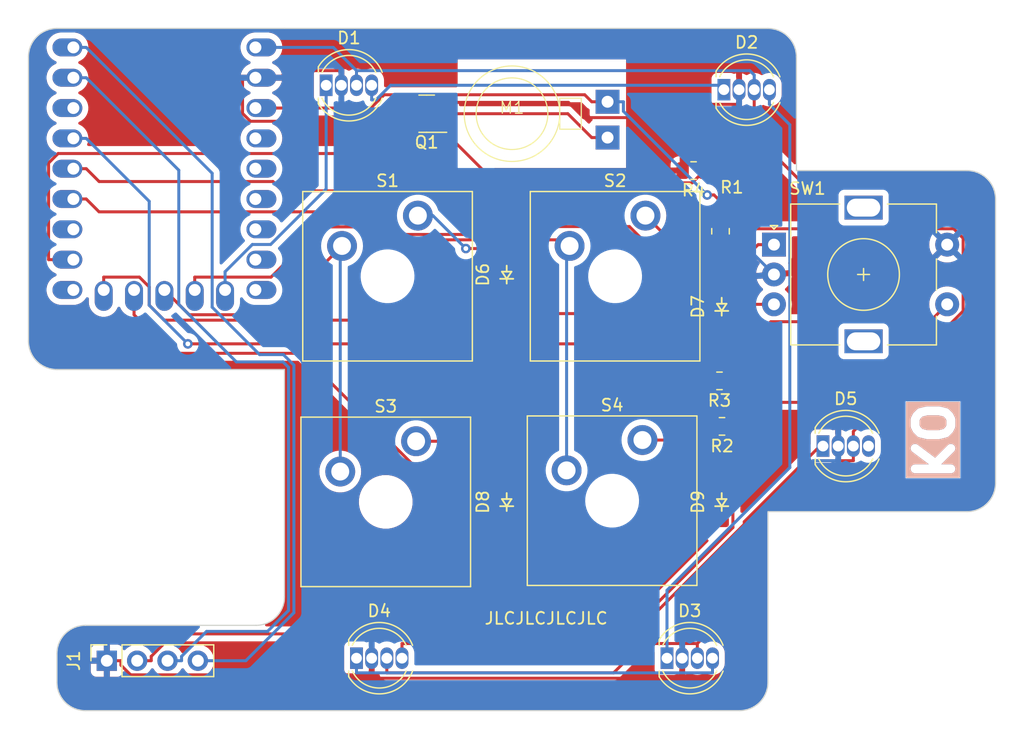
<source format=kicad_pcb>
(kicad_pcb (version 20221018) (generator pcbnew)
  (layers (0 "F.Cu" signal) (31 "B.Cu" signal) (34 "B.Paste" user) (35 "F.Paste" user) (36 "B.SilkS" user "B.Silkscreen") (37 "F.SilkS" user "F.Silkscreen") (38 "B.Mask" user) (39 "F.Mask" user) (44 "Edge.Cuts" user))
  (net 0 "")
  (net 1 "+5V")
  (net 2 "Net-(D1-DOUT)")
  (net 3 "GND")
  (net 4 "LED_IN")
  (net 5 "Net-(D2-DOUT)")
  (net 6 "Net-(D3-DOUT)")
  (net 7 "Net-(D4-DOUT)")
  (net 9 "ROW0")
  (net 10 "Net-(D6-A)")
  (net 11 "Net-(D7-A)")
  (net 12 "ROW1")
  (net 13 "Net-(D8-A)")
  (net 14 "Net-(D9-A)")
  (net 15 "+3V3")
  (net 16 "SCL")
  (net 17 "SDA")
  (net 18 "MOTOR_CTRL")
  (net 19 "Net-(M1--)")
  (net 20 "ROT_A")
  (net 21 "SW_BUTTON")
  (net 22 "ROT_B")
  (net 23 "COL0")
  (net 24 "COL1")
  (footprint "Ko-Ko-Footprints:LED-WS2812BF5" (layer "F.Cu") (at 192.5688 115.4437)
    (fp_text reference "D3" (at 1.905 -3.96) (layer "F.SilkS"))
    (fp_text value "WS2812B")
    (fp_line (start -0.655 -1.545) (end -0.655 -1.08) (stroke (width 0.12)) (layer "F.SilkS"))
    (fp_line (start -0.655 1.08) (end -0.655 1.545) (stroke (width 0.12)) (layer "F.SilkS"))
    (fp_arc (start -0.655 -1.54483) (mid 2.163456 -2.978809) (end 4.692815 -1.080827) (stroke (width 0.12)) (layer "F.SilkS"))
    (fp_arc (start -0.349684 -1.08) (mid 1.904762 -2.5) (end 4.159479 -1.080429) (stroke (width 0.12)) (layer "F.SilkS"))
    (fp_arc (start 4.159479 1.080429) (mid 1.904762 2.5) (end -0.349684 1.08) (stroke (width 0.12)) (layer "F.SilkS"))
    (fp_arc (start 4.692815 1.080827) (mid 2.163456 2.978808) (end -0.655 1.54483) (stroke (width 0.12)) (layer "F.SilkS"))
    (pad "1" thru_hole oval (at 2.54 0) (size 1.07 1.8) (drill 0.9) (layers "*.Cu" "*.Mask") (net 1 "+5V"))
    (pad "2" thru_hole oval (at 3.81 0) (size 1.07 1.8) (drill 0.9) (layers "*.Cu" "*.Mask") (net 6 "Net-(D3-DOUT)"))
    (pad "3" thru_hole oval (at 1.27 0) (size 1.07 1.8) (drill 0.9) (layers "*.Cu" "*.Mask") (net 3 "GND"))
    (pad "4" thru_hole rect (at 0 0) (size 1.07 1.8) (drill 0.9) (layers "*.Cu" "*.Mask") (net 5 "Net-(D2-DOUT)"))
  )
  (footprint "Rotary_Encoder:RotaryEncoder_Alps_EC11E-Switch_Vertical_H20mm" (layer "F.Cu") (at 201.525 80.8)
    (fp_text reference "SW1" (at 2.8 -4.7) (layer "F.SilkS"))
    (fp_text value "RotaryEncoder_Switch")
    (fp_line (start -0.3 -1.6) (end 0.3 -1.6) (stroke (width 0.12)) (layer "F.SilkS"))
    (fp_line (start 0 -1.3) (end -0.3 -1.6) (stroke (width 0.12)) (layer "F.SilkS"))
    (fp_line (start 0.3 -1.6) (end 0 -1.3) (stroke (width 0.12)) (layer "F.SilkS"))
    (fp_line (start 1.4 -3.4) (end 1.4 8.4) (stroke (width 0.12)) (layer "F.SilkS"))
    (fp_line (start 5.5 -3.4) (end 1.4 -3.4) (stroke (width 0.12)) (layer "F.SilkS"))
    (fp_line (start 5.5 8.4) (end 1.4 8.4) (stroke (width 0.12)) (layer "F.SilkS"))
    (fp_line (start 7 2.5) (end 8 2.5) (stroke (width 0.12)) (layer "F.SilkS"))
    (fp_line (start 7.5 2) (end 7.5 3) (stroke (width 0.12)) (layer "F.SilkS"))
    (fp_line (start 9.5 -3.4) (end 13.6 -3.4) (stroke (width 0.12)) (layer "F.SilkS"))
    (fp_line (start 13.6 -3.4) (end 13.6 -1) (stroke (width 0.12)) (layer "F.SilkS"))
    (fp_line (start 13.6 1.2) (end 13.6 3.8) (stroke (width 0.12)) (layer "F.SilkS"))
    (fp_line (start 13.6 6) (end 13.6 8.4) (stroke (width 0.12)) (layer "F.SilkS"))
    (fp_line (start 13.6 8.4) (end 9.5 8.4) (stroke (width 0.12)) (layer "F.SilkS"))
    (fp_circle (center 7.5 2.5) (end 10.5 2.5) (stroke (width 0.12)) (fill none) (layer "F.SilkS"))
    (pad "A" thru_hole rect (at 0 0) (size 2 2) (drill 1) (layers "*.Cu" "*.Mask") (net 20 "ROT_A"))
    (pad "B" thru_hole circle (at 0 5) (size 2 2) (drill 1) (layers "*.Cu" "*.Mask") (net 22 "ROT_B"))
    (pad "C" thru_hole oval (at 0 2.5) (size 2 2) (drill 1) (layers "*.Cu" "*.Mask") (net 3 "GND"))
    (pad "MP" thru_hole rect (at 7.5 -3.1) (size 3.2 2) (drill oval 2.8 1.5) (layers "*.Cu" "*.Mask"))
    (pad "MP" thru_hole rect (at 7.5 8.1) (size 3.2 2) (drill oval 2.8 1.5) (layers "*.Cu" "*.Mask"))
    (pad "S1" thru_hole circle (at 14.5 5) (size 2 2) (drill 1) (layers "*.Cu" "*.Mask") (net 21 "SW_BUTTON"))
    (pad "S2" thru_hole circle (at 14.5 0) (size 2 2) (drill 1) (layers "*.Cu" "*.Mask") (net 3 "GND"))
  )
  (footprint "Package_TO_SOT_SMD:SOT-23" (layer "F.Cu") (at 172.45 69.8312 180)
    (fp_text reference "Q1" (at 0 -2.4) (layer "F.SilkS"))
    (fp_text value "2N7002")
    (fp_line (start 0 -1.56) (end -1.675 -1.56) (stroke (width 0.12)) (layer "F.SilkS"))
    (fp_line (start 0 -1.56) (end 0.65 -1.56) (stroke (width 0.12)) (layer "F.SilkS"))
    (fp_line (start 0 1.56) (end -0.65 1.56) (stroke (width 0.12)) (layer "F.SilkS"))
    (fp_line (start 0 1.56) (end 0.65 1.56) (stroke (width 0.12)) (layer "F.SilkS"))
    (pad "1" smd roundrect (at -0.9375 -0.95 180) (size 1.475 0.6) (layers "F.Cu" "F.Paste" "F.Mask") (net 18 "MOTOR_CTRL"))
    (pad "2" smd roundrect (at -0.9375 0.95 180) (size 1.475 0.6) (layers "F.Cu" "F.Paste" "F.Mask") (net 3 "GND"))
    (pad "3" smd roundrect (at 0.9375 0 180) (size 1.475 0.6) (layers "F.Cu" "F.Paste" "F.Mask") (net 19 "Net-(M1--)"))
  )
  (footprint "ScottoKeebs_Components:Diode_SOD-123" (layer "F.Cu") (at 197.15 86 90)
    (fp_text reference "D7" (at 0 -2 90) (layer "F.SilkS"))
    (fp_text value "Diode")
    (fp_line (start -0.75 0) (end -0.35 0) (stroke (width 0.15)) (layer "F.SilkS"))
    (fp_line (start -0.35 0) (end -0.35 -0.55) (stroke (width 0.15)) (layer "F.SilkS"))
    (fp_line (start -0.35 0) (end -0.35 0.55) (stroke (width 0.15)) (layer "F.SilkS"))
    (fp_line (start -0.35 0) (end 0.25 -0.4) (stroke (width 0.15)) (layer "F.SilkS"))
    (fp_line (start 0.25 -0.4) (end 0.25 0.4) (stroke (width 0.15)) (layer "F.SilkS"))
    (fp_line (start 0.25 0) (end 0.75 0) (stroke (width 0.15)) (layer "F.SilkS"))
    (fp_line (start 0.25 0.4) (end -0.35 0) (stroke (width 0.15)) (layer "F.SilkS"))
    (pad "1" smd roundrect (at -1.65 0 90) (size 0.9 1.2) (layers "F.Cu" "F.Paste" "F.Mask") (net 9 "ROW0"))
    (pad "2" smd roundrect (at 1.65 0 90) (size 0.9 1.2) (layers "F.Cu" "F.Paste" "F.Mask") (net 11 "Net-(D7-A)"))
  )
  (footprint "ScottoKeebs_Components:Diode_SOD-123" (layer "F.Cu") (at 179.15 83.3125 90)
    (fp_text reference "D6" (at 0 -2 90) (layer "F.SilkS"))
    (fp_text value "Diode")
    (fp_line (start -0.75 0) (end -0.35 0) (stroke (width 0.15)) (layer "F.SilkS"))
    (fp_line (start -0.35 0) (end -0.35 -0.55) (stroke (width 0.15)) (layer "F.SilkS"))
    (fp_line (start -0.35 0) (end -0.35 0.55) (stroke (width 0.15)) (layer "F.SilkS"))
    (fp_line (start -0.35 0) (end 0.25 -0.4) (stroke (width 0.15)) (layer "F.SilkS"))
    (fp_line (start 0.25 -0.4) (end 0.25 0.4) (stroke (width 0.15)) (layer "F.SilkS"))
    (fp_line (start 0.25 0) (end 0.75 0) (stroke (width 0.15)) (layer "F.SilkS"))
    (fp_line (start 0.25 0.4) (end -0.35 0) (stroke (width 0.15)) (layer "F.SilkS"))
    (pad "1" smd roundrect (at -1.65 0 90) (size 0.9 1.2) (layers "F.Cu" "F.Paste" "F.Mask") (net 9 "ROW0"))
    (pad "2" smd roundrect (at 1.65 0 90) (size 0.9 1.2) (layers "F.Cu" "F.Paste" "F.Mask") (net 10 "Net-(D6-A)"))
  )
  (footprint "ScottoKeebs_Components:Diode_SOD-123" (layer "F.Cu") (at 179.15 102.3625 90)
    (fp_text reference "D8" (at 0 -2 90) (layer "F.SilkS"))
    (fp_text value "Diode")
    (fp_line (start -0.75 0) (end -0.35 0) (stroke (width 0.15)) (layer "F.SilkS"))
    (fp_line (start -0.35 0) (end -0.35 -0.55) (stroke (width 0.15)) (layer "F.SilkS"))
    (fp_line (start -0.35 0) (end -0.35 0.55) (stroke (width 0.15)) (layer "F.SilkS"))
    (fp_line (start -0.35 0) (end 0.25 -0.4) (stroke (width 0.15)) (layer "F.SilkS"))
    (fp_line (start 0.25 -0.4) (end 0.25 0.4) (stroke (width 0.15)) (layer "F.SilkS"))
    (fp_line (start 0.25 0) (end 0.75 0) (stroke (width 0.15)) (layer "F.SilkS"))
    (fp_line (start 0.25 0.4) (end -0.35 0) (stroke (width 0.15)) (layer "F.SilkS"))
    (pad "1" smd roundrect (at -1.65 0 90) (size 0.9 1.2) (layers "F.Cu" "F.Paste" "F.Mask") (net 12 "ROW1"))
    (pad "2" smd roundrect (at 1.65 0 90) (size 0.9 1.2) (layers "F.Cu" "F.Paste" "F.Mask") (net 13 "Net-(D8-A)"))
  )
  (footprint "Resistor_SMD:R_0805_2012Metric" (layer "F.Cu") (at 197.05 79.68 90)
    (fp_text reference "R1" (at 3.68 0.95 180) (layer "F.SilkS"))
    (fp_text value "10k")
    (fp_line (start -0.227064 -0.735) (end 0.227064 -0.735) (stroke (width 0.12)) (layer "F.SilkS"))
    (fp_line (start -0.227064 0.735) (end 0.227064 0.735) (stroke (width 0.12)) (layer "F.SilkS"))
    (pad "1" smd roundrect (at -0.9125 0 90) (size 1.025 1.4) (layers "F.Cu" "F.Paste" "F.Mask") (roundrect_rratio 0.243902439) (net 15 "+3V3"))
    (pad "2" smd roundrect (at 0.9125 0 90) (size 1.025 1.4) (layers "F.Cu" "F.Paste" "F.Mask") (roundrect_rratio 0.243902439) (net 20 "ROT_A"))
  )
  (footprint "Ko-Ko-Footprints:LED-WS2812BF5" (layer "F.Cu") (at 166.575 115.4437)
    (fp_text reference "D4" (at 1.905 -3.96) (layer "F.SilkS"))
    (fp_text value "WS2812B")
    (fp_line (start -0.655 -1.545) (end -0.655 -1.08) (stroke (width 0.12)) (layer "F.SilkS"))
    (fp_line (start -0.655 1.08) (end -0.655 1.545) (stroke (width 0.12)) (layer "F.SilkS"))
    (fp_arc (start -0.655 -1.54483) (mid 2.163456 -2.978809) (end 4.692815 -1.080827) (stroke (width 0.12)) (layer "F.SilkS"))
    (fp_arc (start -0.349684 -1.08) (mid 1.904762 -2.5) (end 4.159479 -1.080429) (stroke (width 0.12)) (layer "F.SilkS"))
    (fp_arc (start 4.159479 1.080429) (mid 1.904762 2.5) (end -0.349684 1.08) (stroke (width 0.12)) (layer "F.SilkS"))
    (fp_arc (start 4.692815 1.080827) (mid 2.163456 2.978808) (end -0.655 1.54483) (stroke (width 0.12)) (layer "F.SilkS"))
    (pad "1" thru_hole oval (at 2.54 0) (size 1.07 1.8) (drill 0.9) (layers "*.Cu" "*.Mask") (net 1 "+5V"))
    (pad "2" thru_hole oval (at 3.81 0) (size 1.07 1.8) (drill 0.9) (layers "*.Cu" "*.Mask") (net 7 "Net-(D4-DOUT)"))
    (pad "3" thru_hole oval (at 1.27 0) (size 1.07 1.8) (drill 0.9) (layers "*.Cu" "*.Mask") (net 3 "GND"))
    (pad "4" thru_hole rect (at 0 0) (size 1.07 1.8) (drill 0.9) (layers "*.Cu" "*.Mask") (net 6 "Net-(D3-DOUT)"))
  )
  (footprint "Resistor_SMD:R_0805_2012Metric" (layer "F.Cu") (at 197.175 96.025 180)
    (fp_text reference "R2" (at 0 -1.65) (layer "F.SilkS"))
    (fp_text value "10k")
    (fp_line (start -0.227064 -0.735) (end 0.227064 -0.735) (stroke (width 0.12)) (layer "F.SilkS"))
    (fp_line (start -0.227064 0.735) (end 0.227064 0.735) (stroke (width 0.12)) (layer "F.SilkS"))
    (pad "1" smd roundrect (at -0.9125 0 180) (size 1.025 1.4) (layers "F.Cu" "F.Paste" "F.Mask") (roundrect_rratio 0.243902439) (net 15 "+3V3"))
    (pad "2" smd roundrect (at 0.9125 0 180) (size 1.025 1.4) (layers "F.Cu" "F.Paste" "F.Mask") (roundrect_rratio 0.243902439) (net 21 "SW_BUTTON"))
  )
  (footprint "Resistor_SMD:R_0805_2012Metric" (layer "F.Cu") (at 196.9638 92.2125 180)
    (fp_text reference "R3" (at 0 -1.65) (layer "F.SilkS"))
    (fp_text value "10k")
    (fp_line (start -0.227064 -0.735) (end 0.227064 -0.735) (stroke (width 0.12)) (layer "F.SilkS"))
    (fp_line (start -0.227064 0.735) (end 0.227064 0.735) (stroke (width 0.12)) (layer "F.SilkS"))
    (pad "1" smd roundrect (at -0.9125 0 180) (size 1.025 1.4) (layers "F.Cu" "F.Paste" "F.Mask") (roundrect_rratio 0.243902439) (net 15 "+3V3"))
    (pad "2" smd roundrect (at 0.9125 0 180) (size 1.025 1.4) (layers "F.Cu" "F.Paste" "F.Mask") (roundrect_rratio 0.243902439) (net 22 "ROT_B"))
  )
  (footprint "Vibration-Motor:VC0820B006F" (layer "F.Cu") (at 179.5938 69.8312)
    (fp_text reference "M1" (at 0 -0.5 unlocked) (layer "F.SilkS") (effects (font (thickness 0.1))))
    (fp_text value "Motor_DC")
    (fp_rect (start 5.8 -1.3) (end 4 1.3) (stroke (width 0.1)) (fill none) (layer "F.SilkS"))
    (fp_circle (center 0 0) (end 0 -4) (stroke (width 0.1)) (fill none) (layer "F.SilkS"))
    (fp_circle (center 0 0) (end 0 -3) (stroke (width 0.1)) (fill none) (layer "F.SilkS"))
    (pad "1" thru_hole rect (at 8 -1 90) (size 2 2) (drill 1) (layers "*.Cu" "*.Mask") (net 15 "+3V3"))
    (pad "2" thru_hole rect (at 8 2 90) (size 2 2) (drill 1) (layers "*.Cu" "*.Mask") (net 19 "Net-(M1--)"))
  )
  (footprint "ScottoKeebs_MX:MX_Plate" (layer "F.Cu") (at 169.175 83.45)
    (fp_text reference "S1" (at 0 -8) (layer "F.SilkS"))
    (fp_text value "Keyswitch")
    (fp_line (start -7.1 -7.1) (end -7.1 7.1) (stroke (width 0.12)) (layer "F.SilkS"))
    (fp_line (start -7.1 7.1) (end 7.1 7.1) (stroke (width 0.12)) (layer "F.SilkS"))
    (fp_line (start 7.1 -7.1) (end -7.1 -7.1) (stroke (width 0.12)) (layer "F.SilkS"))
    (fp_line (start 7.1 7.1) (end 7.1 -7.1) (stroke (width 0.12)) (layer "F.SilkS"))
    (pad "" np_thru_hole circle (at 0 0) (size 4 4) (drill 4) (layers "*.Cu" "*.Mask"))
    (pad "1" thru_hole circle (at -3.81 -2.54) (size 2.5 2.5) (drill 1.5) (layers "*.Cu" "*.Mask") (net 23 "COL0"))
    (pad "2" thru_hole circle (at 2.54 -5.08) (size 2.5 2.5) (drill 1.5) (layers "*.Cu" "*.Mask") (net 10 "Net-(D6-A)"))
  )
  (footprint "Ko-Ko-Footprints:LED-WS2812BF5" (layer "F.Cu") (at 205.6288 97.675)
    (fp_text reference "D5" (at 1.905 -3.96) (layer "F.SilkS"))
    (fp_text value "WS2812B")
    (fp_line (start -0.655 -1.545) (end -0.655 -1.08) (stroke (width 0.12)) (layer "F.SilkS"))
    (fp_line (start -0.655 1.08) (end -0.655 1.545) (stroke (width 0.12)) (layer "F.SilkS"))
    (fp_arc (start -0.655 -1.54483) (mid 2.163456 -2.978809) (end 4.692815 -1.080827) (stroke (width 0.12)) (layer "F.SilkS"))
    (fp_arc (start -0.349684 -1.08) (mid 1.904762 -2.5) (end 4.159479 -1.080429) (stroke (width 0.12)) (layer "F.SilkS"))
    (fp_arc (start 4.159479 1.080429) (mid 1.904762 2.5) (end -0.349684 1.08) (stroke (width 0.12)) (layer "F.SilkS"))
    (fp_arc (start 4.692815 1.080827) (mid 2.163456 2.978808) (end -0.655 1.54483) (stroke (width 0.12)) (layer "F.SilkS"))
    (pad "1" thru_hole oval (at 2.54 0) (size 1.07 1.8) (drill 0.9) (layers "*.Cu" "*.Mask") (net 1 "+5V"))
    (pad "2" thru_hole oval (at 3.81 0) (size 1.07 1.8) (drill 0.9) (layers "*.Cu" "*.Mask"))
    (pad "3" thru_hole oval (at 1.27 0) (size 1.07 1.8) (drill 0.9) (layers "*.Cu" "*.Mask") (net 3 "GND"))
    (pad "4" thru_hole rect (at 0 0) (size 1.07 1.8) (drill 0.9) (layers "*.Cu" "*.Mask") (net 7 "Net-(D4-DOUT)"))
  )
  (footprint "ScottoKeebs_Components:Diode_SOD-123" (layer "F.Cu") (at 197.15 102.3625 90)
    (fp_text reference "D9" (at 0 -2 90) (layer "F.SilkS"))
    (fp_text value "Diode")
    (fp_line (start -0.75 0) (end -0.35 0) (stroke (width 0.15)) (layer "F.SilkS"))
    (fp_line (start -0.35 0) (end -0.35 -0.55) (stroke (width 0.15)) (layer "F.SilkS"))
    (fp_line (start -0.35 0) (end -0.35 0.55) (stroke (width 0.15)) (layer "F.SilkS"))
    (fp_line (start -0.35 0) (end 0.25 -0.4) (stroke (width 0.15)) (layer "F.SilkS"))
    (fp_line (start 0.25 -0.4) (end 0.25 0.4) (stroke (width 0.15)) (layer "F.SilkS"))
    (fp_line (start 0.25 0) (end 0.75 0) (stroke (width 0.15)) (layer "F.SilkS"))
    (fp_line (start 0.25 0.4) (end -0.35 0) (stroke (width 0.15)) (layer "F.SilkS"))
    (pad "1" smd roundrect (at -1.65 0 90) (size 0.9 1.2) (layers "F.Cu" "F.Paste" "F.Mask") (net 12 "ROW1"))
    (pad "2" smd roundrect (at 1.65 0 90) (size 0.9 1.2) (layers "F.Cu" "F.Paste" "F.Mask") (net 14 "Net-(D9-A)"))
  )
  (footprint "Connector_PinSocket_2.54mm:PinSocket_1x04_P2.54mm_Vertical" (layer "F.Cu") (at 145.675 115.6562 90)
    (fp_text reference "J1" (at 0 -2.77 90) (layer "F.SilkS"))
    (fp_text value "Conn_01x04_Socket")
    (fp_line (start -1.33 1.27) (end -1.33 8.95) (stroke (width 0.12)) (layer "F.SilkS"))
    (fp_line (start -1.33 1.27) (end 1.33 1.27) (stroke (width 0.12)) (layer "F.SilkS"))
    (fp_line (start -1.33 8.95) (end 1.33 8.95) (stroke (width 0.12)) (layer "F.SilkS"))
    (fp_line (start 0 -1.33) (end 1.33 -1.33) (stroke (width 0.12)) (layer "F.SilkS"))
    (fp_line (start 1.33 -1.33) (end 1.33 0) (stroke (width 0.12)) (layer "F.SilkS"))
    (fp_line (start 1.33 1.27) (end 1.33 8.95) (stroke (width 0.12)) (layer "F.SilkS"))
    (pad "1" thru_hole rect (at 0 0 90) (size 1.7 1.7) (drill 1) (layers "*.Cu" "*.Mask") (net 3 "GND"))
    (pad "2" thru_hole oval (at 0 2.54 90) (size 1.7 1.7) (drill 1) (layers "*.Cu" "*.Mask") (net 15 "+3V3"))
    (pad "3" thru_hole oval (at 0 5.08 90) (size 1.7 1.7) (drill 1) (layers "*.Cu" "*.Mask") (net 16 "SCL"))
    (pad "4" thru_hole oval (at 0 7.62 90) (size 1.7 1.7) (drill 1) (layers "*.Cu" "*.Mask") (net 17 "SDA"))
  )
  (footprint "Resistor_SMD:R_0805_2012Metric" (layer "F.Cu") (at 194.7938 74.5937 180)
    (fp_text reference "R4" (at 0 -1.65) (layer "F.SilkS"))
    (fp_text value "10k")
    (fp_line (start -0.227064 -0.735) (end 0.227064 -0.735) (stroke (width 0.12)) (layer "F.SilkS"))
    (fp_line (start -0.227064 0.735) (end 0.227064 0.735) (stroke (width 0.12)) (layer "F.SilkS"))
    (pad "1" smd roundrect (at -0.9125 0 180) (size 1.025 1.4) (layers "F.Cu" "F.Paste" "F.Mask") (roundrect_rratio 0.243902439) (net 18 "MOTOR_CTRL"))
    (pad "2" smd roundrect (at 0.9125 0 180) (size 1.025 1.4) (layers "F.Cu" "F.Paste" "F.Mask") (roundrect_rratio 0.243902439) (net 3 "GND"))
  )
  (footprint "ScottoKeebs_MX:MX_Plate" (layer "F.Cu") (at 187.975 102.25)
    (fp_text reference "S4" (at 0 -8) (layer "F.SilkS"))
    (fp_text value "Keyswitch")
    (fp_line (start -7.1 -7.1) (end -7.1 7.1) (stroke (width 0.12)) (layer "F.SilkS"))
    (fp_line (start -7.1 7.1) (end 7.1 7.1) (stroke (width 0.12)) (layer "F.SilkS"))
    (fp_line (start 7.1 -7.1) (end -7.1 -7.1) (stroke (width 0.12)) (layer "F.SilkS"))
    (fp_line (start 7.1 7.1) (end 7.1 -7.1) (stroke (width 0.12)) (layer "F.SilkS"))
    (pad "" np_thru_hole circle (at 0 0) (size 4 4) (drill 4) (layers "*.Cu" "*.Mask"))
    (pad "1" thru_hole circle (at -3.81 -2.54) (size 2.5 2.5) (drill 1.5) (layers "*.Cu" "*.Mask") (net 24 "COL1"))
    (pad "2" thru_hole circle (at 2.54 -5.08) (size 2.5 2.5) (drill 1.5) (layers "*.Cu" "*.Mask") (net 14 "Net-(D9-A)"))
  )
  (footprint "ScottoKeebs_MX:MX_Plate" (layer "F.Cu") (at 169.025 102.35)
    (fp_text reference "S3" (at 0 -8) (layer "F.SilkS"))
    (fp_text value "Keyswitch")
    (fp_line (start -7.1 -7.1) (end -7.1 7.1) (stroke (width 0.12)) (layer "F.SilkS"))
    (fp_line (start -7.1 7.1) (end 7.1 7.1) (stroke (width 0.12)) (layer "F.SilkS"))
    (fp_line (start 7.1 -7.1) (end -7.1 -7.1) (stroke (width 0.12)) (layer "F.SilkS"))
    (fp_line (start 7.1 7.1) (end 7.1 -7.1) (stroke (width 0.12)) (layer "F.SilkS"))
    (pad "" np_thru_hole circle (at 0 0) (size 4 4) (drill 4) (layers "*.Cu" "*.Mask"))
    (pad "1" thru_hole circle (at -3.81 -2.54) (size 2.5 2.5) (drill 1.5) (layers "*.Cu" "*.Mask") (net 23 "COL0"))
    (pad "2" thru_hole circle (at 2.54 -5.08) (size 2.5 2.5) (drill 1.5) (layers "*.Cu" "*.Mask") (net 13 "Net-(D8-A)"))
  )
  (footprint "ScottoKeebs_MX:MX_Plate" (layer "F.Cu") (at 188.225 83.45)
    (fp_text reference "S2" (at 0 -8) (layer "F.SilkS"))
    (fp_text value "Keyswitch")
    (fp_line (start -7.1 -7.1) (end -7.1 7.1) (stroke (width 0.12)) (layer "F.SilkS"))
    (fp_line (start -7.1 7.1) (end 7.1 7.1) (stroke (width 0.12)) (layer "F.SilkS"))
    (fp_line (start 7.1 -7.1) (end -7.1 -7.1) (stroke (width 0.12)) (layer "F.SilkS"))
    (fp_line (start 7.1 7.1) (end 7.1 -7.1) (stroke (width 0.12)) (layer "F.SilkS"))
    (pad "" np_thru_hole circle (at 0 0) (size 4 4) (drill 4) (layers "*.Cu" "*.Mask"))
    (pad "1" thru_hole circle (at -3.81 -2.54) (size 2.5 2.5) (drill 1.5) (layers "*.Cu" "*.Mask") (net 24 "COL1"))
    (pad "2" thru_hole circle (at 2.54 -5.08) (size 2.5 2.5) (drill 1.5) (layers "*.Cu" "*.Mask") (net 11 "Net-(D7-A)"))
  )
  (footprint "Ko-Ko-Footprints:LED-WS2812BF5" (layer "F.Cu") (at 164.0363 67.45)
    (fp_text reference "D1" (at 1.905 -3.96) (layer "F.SilkS"))
    (fp_text value "WS2812B")
    (fp_line (start -0.655 -1.545) (end -0.655 -1.08) (stroke (width 0.12)) (layer "F.SilkS"))
    (fp_line (start -0.655 1.08) (end -0.655 1.545) (stroke (width 0.12)) (layer "F.SilkS"))
    (fp_arc (start -0.655 -1.54483) (mid 2.163456 -2.978809) (end 4.692815 -1.080827) (stroke (width 0.12)) (layer "F.SilkS"))
    (fp_arc (start -0.349684 -1.08) (mid 1.904762 -2.5) (end 4.159479 -1.080429) (stroke (width 0.12)) (layer "F.SilkS"))
    (fp_arc (start 4.159479 1.080429) (mid 1.904762 2.5) (end -0.349684 1.08) (stroke (width 0.12)) (layer "F.SilkS"))
    (fp_arc (start 4.692815 1.080827) (mid 2.163456 2.978808) (end -0.655 1.54483) (stroke (width 0.12)) (layer "F.SilkS"))
    (pad "1" thru_hole oval (at 2.54 0) (size 1.07 1.8) (drill 0.9) (layers "*.Cu" "*.Mask") (net 1 "+5V"))
    (pad "2" thru_hole oval (at 3.81 0) (size 1.07 1.8) (drill 0.9) (layers "*.Cu" "*.Mask") (net 2 "Net-(D1-DOUT)"))
    (pad "3" thru_hole oval (at 1.27 0) (size 1.07 1.8) (drill 0.9) (layers "*.Cu" "*.Mask") (net 3 "GND"))
    (pad "4" thru_hole rect (at 0 0) (size 1.07 1.8) (drill 0.9) (layers "*.Cu" "*.Mask") (net 4 "LED_IN"))
  )
  (footprint "Ko-Ko-Footprints:LED-WS2812BF5" (layer "F.Cu") (at 197.3313 67.8187)
    (fp_text reference "D2" (at 1.905 -3.96) (layer "F.SilkS"))
    (fp_text value "WS2812B")
    (fp_line (start -0.655 -1.545) (end -0.655 -1.08) (stroke (width 0.12)) (layer "F.SilkS"))
    (fp_line (start -0.655 1.08) (end -0.655 1.545) (stroke (width 0.12)) (layer "F.SilkS"))
    (fp_arc (start -0.655 -1.54483) (mid 2.163456 -2.978809) (end 4.692815 -1.080827) (stroke (width 0.12)) (layer "F.SilkS"))
    (fp_arc (start -0.349684 -1.08) (mid 1.904762 -2.5) (end 4.159479 -1.080429) (stroke (width 0.12)) (layer "F.SilkS"))
    (fp_arc (start 4.159479 1.080429) (mid 1.904762 2.5) (end -0.349684 1.08) (stroke (width 0.12)) (layer "F.SilkS"))
    (fp_arc (start 4.692815 1.080827) (mid 2.163456 2.978808) (end -0.655 1.54483) (stroke (width 0.12)) (layer "F.SilkS"))
    (pad "1" thru_hole oval (at 2.54 0) (size 1.07 1.8) (drill 0.9) (layers "*.Cu" "*.Mask") (net 1 "+5V"))
    (pad "2" thru_hole oval (at 3.81 0) (size 1.07 1.8) (drill 0.9) (layers "*.Cu" "*.Mask") (net 5 "Net-(D2-DOUT)"))
    (pad "3" thru_hole oval (at 1.27 0) (size 1.07 1.8) (drill 0.9) (layers "*.Cu" "*.Mask") (net 3 "GND"))
    (pad "4" thru_hole rect (at 0 0) (size 1.07 1.8) (drill 0.9) (layers "*.Cu" "*.Mask") (net 2 "Net-(D1-DOUT)"))
  )
  (footprint "ScottoKeebs_MCU:RP2040_Zero" (layer "B.Cu") (at 150.4938 74.4375 180)
    (fp_text reference "U1" hide)
    (fp_text value "RP2040_Zero" hide)
    (pad "1" thru_hole oval (at 7.62 10.16) (size 2.5 1.5) (drill 1 (offset -0.5 0)) (layers "*.Cu" "*.Mask") (net 17 "SDA"))
    (pad "2" thru_hole oval (at 7.62 7.62) (size 2.5 1.5) (drill 1 (offset -0.5 0)) (layers "*.Cu" "*.Mask") (net 16 "SCL"))
    (pad "3" thru_hole oval (at 7.62 5.08) (size 2.5 1.5) (drill 1 (offset -0.5 0)) (layers "*.Cu" "*.Mask"))
    (pad "4" thru_hole oval (at 7.62 2.54) (size 2.5 1.5) (drill 1 (offset -0.5 0)) (layers "*.Cu" "*.Mask") (net 21 "SW_BUTTON"))
    (pad "5" thru_hole oval (at 7.62 0) (size 2.5 1.5) (drill 1 (offset -0.5 0)) (layers "*.Cu" "*.Mask") (net 20 "ROT_A"))
    (pad "6" thru_hole oval (at 7.62 -2.54) (size 2.5 1.5) (drill 1 (offset -0.5 0)) (layers "*.Cu" "*.Mask") (net 22 "ROT_B"))
    (pad "7" thru_hole oval (at 7.62 -5.08) (size 2.5 1.5) (drill 1 (offset -0.5 0)) (layers "*.Cu" "*.Mask"))
    (pad "8" thru_hole oval (at 7.62 -7.62) (size 2.5 1.5) (drill 1 (offset -0.5 0)) (layers "*.Cu" "*.Mask") (net 18 "MOTOR_CTRL"))
    (pad "9" thru_hole oval (at 7.62 -10.16) (size 2.5 1.5) (drill 1 (offset -0.5 0)) (layers "*.Cu" "*.Mask"))
    (pad "10" thru_hole oval (at 5.08 -10.16 90) (size 2.5 1.5) (drill 1 (offset -0.5 0)) (layers "*.Cu" "*.Mask") (net 9 "ROW0"))
    (pad "11" thru_hole oval (at 2.54 -10.16 90) (size 2.5 1.5) (drill 1 (offset -0.5 0)) (layers "*.Cu" "*.Mask") (net 12 "ROW1"))
    (pad "12" thru_hole oval (at 0 -10.16 90) (size 2.5 1.5) (drill 1 (offset -0.5 0)) (layers "*.Cu" "*.Mask") (net 23 "COL0"))
    (pad "13" thru_hole oval (at -2.54 -10.16 90) (size 2.5 1.5) (drill 1 (offset -0.5 0)) (layers "*.Cu" "*.Mask") (net 24 "COL1"))
    (pad "14" thru_hole oval (at -5.08 -10.16 90) (size 2.5 1.5) (drill 1 (offset -0.5 0)) (layers "*.Cu" "*.Mask") (net 4 "LED_IN"))
    (pad "15" thru_hole oval (at -7.62 -10.16 180) (size 2.5 1.5) (drill 1 (offset -0.5 0)) (layers "*.Cu" "*.Mask"))
    (pad "16" thru_hole oval (at -7.62 -7.62 180) (size 2.5 1.5) (drill 1 (offset -0.5 0)) (layers "*.Cu" "*.Mask"))
    (pad "17" thru_hole oval (at -7.62 -5.08 180) (size 2.5 1.5) (drill 1 (offset -0.5 0)) (layers "*.Cu" "*.Mask"))
    (pad "18" thru_hole oval (at -7.62 -2.54 180) (size 2.5 1.5) (drill 1 (offset -0.5 0)) (layers "*.Cu" "*.Mask"))
    (pad "19" thru_hole oval (at -7.62 0 180) (size 2.5 1.5) (drill 1 (offset -0.5 0)) (layers "*.Cu" "*.Mask"))
    (pad "20" thru_hole oval (at -7.62 2.54 180) (size 2.5 1.5) (drill 1 (offset -0.5 0)) (layers "*.Cu" "*.Mask"))
    (pad "21" thru_hole oval (at -7.62 5.08 180) (size 2.5 1.5) (drill 1 (offset -0.5 0)) (layers "*.Cu" "*.Mask") (net 15 "+3V3"))
    (pad "22" thru_hole oval (at -7.62 7.62 180) (size 2.5 1.5) (drill 1 (offset -0.5 0)) (layers "*.Cu" "*.Mask") (net 3 "GND"))
    (pad "23" thru_hole oval (at -7.62 10.16 180) (size 2.5 1.5) (drill 1 (offset -0.5 0)) (layers "*.Cu" "*.Mask") (net 1 "+5V"))
  )
  (gr_arc (start 201.025 62.6875) (mid 202.708798 63.384952) (end 203.40625 65.06875) (stroke (width 0.1)) (layer "Edge.Cuts"))
  (gr_arc (start 141.49375 115.075) (mid 142.191202 113.391202) (end 143.875 112.69375) (stroke (width 0.1)) (layer "Edge.Cuts"))
  (gr_arc (start 160.54375 110.3125) (mid 159.846298 111.996298) (end 158.1625 112.69375) (stroke (width 0.1)) (layer "Edge.Cuts"))
  (gr_line (start 220.075 100.7875) (end 220.075 76.975) (stroke (width 0.1)) (layer "Edge.Cuts"))
  (gr_line (start 196.2625 119.8375) (end 198.64375 119.8375) (stroke (width 0.1)) (layer "Edge.Cuts"))
  (gr_line (start 203.40625 65.06875) (end 203.40625 65.06875) (stroke (width 0.1)) (layer "Edge.Cuts"))
  (gr_line (start 217.69375 74.59375) (end 203.40625 74.59375) (stroke (width 0.1)) (layer "Edge.Cuts"))
  (gr_line (start 160.54375 119.8375) (end 196.2625 119.8375) (stroke (width 0.1)) (layer "Edge.Cuts"))
  (gr_line (start 158.1625 119.8375) (end 160.54375 119.8375) (stroke (width 0.1)) (layer "Edge.Cuts"))
  (gr_arc (start 217.69375 74.59375) (mid 219.377548 75.291202) (end 220.075 76.975) (stroke (width 0.1)) (layer "Edge.Cuts"))
  (gr_line (start 139.1125 65.06875) (end 139.1125 88.88125) (stroke (width 0.1)) (layer "Edge.Cuts"))
  (gr_arc (start 139.1125 65.06875) (mid 139.809952 63.384952) (end 141.49375 62.6875) (stroke (width 0.1)) (layer "Edge.Cuts"))
  (gr_line (start 203.40625 74.59375) (end 203.40625 65.06875) (stroke (width 0.1)) (layer "Edge.Cuts"))
  (gr_line (start 143.875 112.69375) (end 158.1625 112.69375) (stroke (width 0.1)) (layer "Edge.Cuts"))
  (gr_line (start 141.49375 117.45625) (end 141.49375 115.075) (stroke (width 0.1)) (layer "Edge.Cuts"))
  (gr_line (start 201.025 103.16875) (end 217.69375 103.16875) (stroke (width 0.1)) (layer "Edge.Cuts"))
  (gr_line (start 160.54375 91.2625) (end 141.49375 91.2625) (stroke (width 0.1)) (layer "Edge.Cuts"))
  (gr_line (start 201.025 117.45625) (end 201.025 103.16875) (stroke (width 0.1)) (layer "Edge.Cuts"))
  (gr_line (start 201.025 62.6875) (end 160.54375 62.6875) (stroke (width 0.1)) (layer "Edge.Cuts"))
  (gr_arc (start 220.075 100.7875) (mid 219.377548 102.471298) (end 217.69375 103.16875) (stroke (width 0.1)) (layer "Edge.Cuts"))
  (gr_line (start 158.1625 119.8375) (end 143.875 119.8375) (stroke (width 0.1)) (layer "Edge.Cuts"))
  (gr_line (start 160.54375 62.6875) (end 141.49375 62.6875) (stroke (width 0.1)) (layer "Edge.Cuts"))
  (gr_arc (start 201.025 117.45625) (mid 200.327548 119.140048) (end 198.64375 119.8375) (stroke (width 0.1)) (layer "Edge.Cuts"))
  (gr_arc (start 143.875 119.8375) (mid 142.191202 119.140048) (end 141.49375 117.45625) (stroke (width 0.1)) (layer "Edge.Cuts"))
  (gr_arc (start 141.49375 91.2625) (mid 139.809952 90.565048) (end 139.1125 88.88125) (stroke (width 0.1)) (layer "Edge.Cuts"))
  (gr_line (start 160.54375 110.3125) (end 160.54375 110.3125) (stroke (width 0.1)) (layer "Edge.Cuts"))
  (gr_line (start 160.54375 110.3125) (end 160.54375 91.2625) (stroke (width 0.1)) (layer "Edge.Cuts"))
  (gr_text "KO" (at 212.93125 100.7875 270) (layer "B.Cu" knockout) (effects (font (size 3 3) (thickness 0.75)) (justify left bottom mirror)))
  (gr_text "KO" (at 212.93125 100.7875 -90) (layer "B.SilkS" knockout) (effects (font (size 3 3) (thickness 0.75) bold) (justify left bottom mirror)))
  (gr_text "JLCJLCJLCJLC" (at 177.2125 112.69375) (layer "F.SilkS") (effects (font (size 1 1)) (justify left bottom)))
  (segment (start 169.115 116.6706) (end 188.1038 116.6706) (width 0.25) (layer "F.Cu") (net 1))
  (segment (start 200.3083 109.0173) (end 200.3083 103.3934) (width 0.25) (layer "F.Cu") (net 1))
  (segment (start 204.2384 75.9631) (end 199.8713 71.596) (width 0.25) (layer "F.Cu") (net 1))
  (segment (start 190.5576 114.2168) (end 195.1088 114.2168) (width 0.25) (layer "F.Cu") (net 1))
  (segment (start 208.1688 97.6716) (end 208.1688 97.675) (width 0.25) (layer "F.Cu") (net 1))
  (segment (start 169.115 115.4437) (end 169.115 116.6706) (width 0.25) (layer "F.Cu") (net 1))
  (segment (start 199.8713 71.596) (end 199.8713 67.8187) (width 0.25) (layer "F.Cu") (net 1))
  (segment (start 200.3083 103.3934) (end 204.7998 98.9019) (width 0.25) (layer "F.Cu") (net 1))
  (segment (start 195.1088 114.2168) (end 200.3083 109.0173) (width 0.25) (layer "F.Cu") (net 1))
  (segment (start 208.1688 97.6716) (end 208.1688 96.4481) (width 0.25) (layer "F.Cu") (net 1))
  (segment (start 208.1688 97.675) (end 208.1688 98.9019) (width 0.25) (layer "F.Cu") (net 1))
  (segment (start 188.1038 116.6706) (end 190.5576 114.2168) (width 0.25) (layer "F.Cu") (net 1))
  (segment (start 208.1688 96.4481) (end 217.8499 86.767) (width 0.25) (layer "F.Cu") (net 1))
  (segment (start 217.8499 80.0538) (end 213.7592 75.9631) (width 0.25) (layer "F.Cu") (net 1))
  (segment (start 204.7998 98.9019) (end 208.1688 98.9019) (width 0.25) (layer "F.Cu") (net 1))
  (segment (start 217.8499 86.767) (end 217.8499 80.0538) (width 0.25) (layer "F.Cu") (net 1))
  (segment (start 213.7592 75.9631) (end 204.2384 75.9631) (width 0.25) (layer "F.Cu") (net 1))
  (segment (start 195.1088 115.4437) (end 195.1088 114.2168) (width 0.25) (layer "F.Cu") (net 1))
  (segment (start 158.1138 64.2775) (end 160.1907 64.2775) (width 0.25) (layer "B.Cu") (net 1))
  (segment (start 199.5026 66.2231) (end 166.5763 66.2231) (width 0.25) (layer "B.Cu") (net 1))
  (segment (start 199.8713 66.5918) (end 199.5026 66.2231) (width 0.25) (layer "B.Cu") (net 1))
  (segment (start 166.5763 66.2231) (end 164.6307 64.2775) (width 0.25) (layer "B.Cu") (net 1))
  (segment (start 164.6307 64.2775) (end 160.1907 64.2775) (width 0.25) (layer "B.Cu") (net 1))
  (segment (start 166.5763 67.45) (end 166.5763 66.2231) (width 0.25) (layer "B.Cu") (net 1))
  (segment (start 199.8713 67.8187) (end 199.8713 66.5918) (width 0.25) (layer "B.Cu") (net 1))
  (segment (start 167.8463 67.45) (end 167.8463 68.6769) (width 0.25) (layer "B.Cu") (net 2))
  (segment (start 197.3313 67.8187) (end 196.9626 67.45) (width 0.25) (layer "B.Cu") (net 2))
  (segment (start 196.9626 67.45) (end 169.4302 67.45) (width 0.25) (layer "B.Cu") (net 2))
  (segment (start 169.4302 67.45) (end 168.2033 68.6769) (width 0.25) (layer "B.Cu") (net 2))
  (segment (start 168.2033 68.6769) (end 167.8463 68.6769) (width 0.25) (layer "B.Cu") (net 2))
  (segment (start 195.5668 69.0456) (end 193.8813 70.7311) (width 0.25) (layer "F.Cu") (net 3))
  (segment (start 160.1907 66.8175) (end 160.7851 66.2231) (width 0.25) (layer "F.Cu") (net 3))
  (segment (start 193.3083 70.1581) (end 185.591 70.1581) (width 0.25) (layer "F.Cu") (net 3))
  (segment (start 167.845 115.4437) (end 167.845 116.5572) (width 0.25) (layer "F.Cu") (net 3))
  (segment (start 198.6013 67.8187) (end 198.6013 69.0456) (width 0.25) (layer "F.Cu") (net 3))
  (segment (start 185.591 70.1581) (end 184.3141 68.8812) (width 0.25) (layer "F.Cu") (net 3))
  (segment (start 198.6013 69.0456) (end 195.5668 69.0456) (width 0.25) (layer "F.Cu") (net 3))
  (segment (start 168.2265 70.4658) (end 169.8111 68.8812) (width 0.25) (layer "F.Cu") (net 3))
  (segment (start 145.675 115.6562) (end 146.8519 115.6562) (width 0.25) (layer "F.Cu") (net 3))
  (segment (start 157.5754 66.8175) (end 157.0369 66.8175) (width 0.25) (layer "F.Cu") (net 3))
  (segment (start 146.8519 116.024) (end 147.6673 116.8394) (width 0.25) (layer "F.Cu") (net 3))
  (segment (start 213.525 83.3) (end 216.025 80.8) (width 0.25) (layer "F.Cu") (net 3))
  (segment (start 157.0369 66.8175) (end 157.0369 69.8051) (width 0.25) (layer "F.Cu") (net 3))
  (segment (start 193.8388 116.6706) (end 193.3869 117.1225) (width 0.25) (layer "F.Cu") (net 3))
  (segment (start 147.6673 116.8394) (end 167.5628 116.8394) (width 0.25) (layer "F.Cu") (net 3))
  (segment (start 193.8813 70.7311) (end 193.3083 70.1581) (width 0.25) (layer "F.Cu") (net 3))
  (segment (start 168.4103 117.1225) (end 167.845 116.5572) (width 0.25) (layer "F.Cu") (net 3))
  (segment (start 157.0369 69.8051) (end 157.6976 70.4658) (width 0.25) (layer "F.Cu") (net 3))
  (segment (start 193.8813 70.7311) (end 193.8813 74.5937) (width 0.25) (layer "F.Cu") (net 3))
  (segment (start 158.1138 66.8175) (end 160.1907 66.8175) (width 0.25) (layer "F.Cu") (net 3))
  (segment (start 157.5754 66.8175) (end 158.1138 66.8175) (width 0.25) (layer "F.Cu") (net 3))
  (segment (start 160.7851 66.2231) (end 165.3063 66.2231) (width 0.25) (layer "F.Cu") (net 3))
  (segment (start 193.3869 117.1225) (end 168.4103 117.1225) (width 0.25) (layer "F.Cu") (net 3))
  (segment (start 169.8111 68.8812) (end 173.3875 68.8812) (width 0.25) (layer "F.Cu") (net 3))
  (segment (start 193.8388 115.4437) (end 193.8388 116.6706) (width 0.25) (layer "F.Cu") (net 3))
  (segment (start 165.3063 67.45) (end 165.3063 66.2231) (width 0.25) (layer "F.Cu") (net 3))
  (segment (start 167.5628 116.8394) (end 167.845 116.5572) (width 0.25) (layer "F.Cu") (net 3))
  (segment (start 157.6976 70.4658) (end 168.2265 70.4658) (width 0.25) (layer "F.Cu") (net 3))
  (segment (start 201.525 83.3) (end 213.525 83.3) (width 0.25) (layer "F.Cu") (net 3))
  (segment (start 146.8519 115.6562) (end 146.8519 116.024) (width 0.25) (layer "F.Cu") (net 3))
  (segment (start 184.3141 68.8812) (end 173.3875 68.8812) (width 0.25) (layer "F.Cu") (net 3))
  (segment (start 193.8388 109.8684) (end 204.8053 98.9019) (width 0.25) (layer "B.Cu") (net 3))
  (segment (start 206.8988 96.3784) (end 212.3504 90.9268) (width 0.25) (layer "B.Cu") (net 3))
  (segment (start 193.8388 115.4437) (end 193.8388 109.8684) (width 0.25) (layer "B.Cu") (net 3))
  (segment (start 198.6013 80.3763) (end 201.525 83.3) (width 0.25) (layer "B.Cu") (net 3))
  (segment (start 212.3504 84.4746) (end 216.025 80.8) (width 0.25) (layer "B.Cu") (net 3))
  (segment (start 204.8053 98.9019) (end 206.8988 98.9019) (width 0.25) (layer "B.Cu") (net 3))
  (segment (start 212.3504 90.9268) (end 212.3504 84.4746) (width 0.25) (layer "B.Cu") (net 3))
  (segment (start 206.8988 97.675) (end 206.8988 98.9019) (width 0.25) (layer "B.Cu") (net 3))
  (segment (start 206.8988 97.675) (end 206.8988 96.3784) (width 0.25) (layer "B.Cu") (net 3))
  (segment (start 198.6013 67.8187) (end 198.6013 80.3763) (width 0.25) (layer "B.Cu") (net 3))
  (segment (start 159.3873 80.7875) (end 157.8564 80.7875) (width 0.25) (layer "B.Cu") (net 4))
  (segment (start 164.0363 67.45) (end 164.0363 76.1385) (width 0.25) (layer "B.Cu") (net 4))
  (segment (start 157.8564 80.7875) (end 155.5738 83.0701) (width 0.25) (layer "B.Cu") (net 4))
  (segment (start 155.5738 83.0701) (end 155.5738 84.5975) (width 0.25) (layer "B.Cu") (net 4))
  (segment (start 164.0363 76.1385) (end 159.3873 80.7875) (width 0.25) (layer "B.Cu") (net 4))
  (segment (start 201.1413 69.0456) (end 202.8519 70.7562) (width 0.25) (layer "B.Cu") (net 5))
  (segment (start 202.8519 99.4746) (end 192.5688 109.7577) (width 0.25) (layer "B.Cu") (net 5))
  (segment (start 202.8519 70.7562) (end 202.8519 99.4746) (width 0.25) (layer "B.Cu") (net 5))
  (segment (start 192.5688 109.7577) (end 192.5688 115.4437) (width 0.25) (layer "B.Cu") (net 5))
  (segment (start 201.1413 67.8187) (end 201.1413 69.0456) (width 0.25) (layer "B.Cu") (net 5))
  (segment (start 166.575 115.4437) (end 166.575 116.6706) (width 0.25) (layer "B.Cu") (net 6))
  (segment (start 196.3788 115.4437) (end 196.3788 116.6706) (width 0.25) (layer "B.Cu") (net 6))
  (segment (start 166.575 116.6706) (end 196.3788 116.6706) (width 0.25) (layer "B.Cu") (net 6))
  (segment (start 170.385 115.4437) (end 170.385 114.2168) (width 0.25) (layer "F.Cu") (net 7))
  (segment (start 189.0464 114.2168) (end 199.0386 104.2246) (width 0.25) (layer "F.Cu") (net 7))
  (segment (start 199.0386 104.01) (end 205.3736 97.675) (width 0.25) (layer "F.Cu") (net 7))
  (segment (start 170.385 114.2168) (end 189.0464 114.2168) (width 0.25) (layer "F.Cu") (net 7))
  (segment (start 205.3736 97.675) (end 205.6288 97.675) (width 0.25) (layer "F.Cu") (net 7))
  (segment (start 199.0386 104.2246) (end 199.0386 104.01) (width 0.25) (layer "F.Cu") (net 7))
  (segment (start 178.5994 87.1263) (end 150.4771 87.1263) (width 0.25) (layer "F.Cu") (net 9))
  (segment (start 145.4138 84.5975) (end 145.4138 83.5206) (width 0.25) (layer "F.Cu") (net 9))
  (segment (start 149.2238 85.873) (end 149.2238 84.3429) (width 0.25) (layer "F.Cu") (net 9))
  (segment (start 179.15 86.5757) (end 196.0757 86.5757) (width 0.25) (layer "F.Cu") (net 9))
  (segment (start 148.4015 83.5206) (end 145.4138 83.5206) (width 0.25) (layer "F.Cu") (net 9))
  (segment (start 179.15 86.5757) (end 179.15 84.9625) (width 0.25) (layer "F.Cu") (net 9))
  (segment (start 150.4771 87.1263) (end 149.2238 85.873) (width 0.25) (layer "F.Cu") (net 9))
  (segment (start 179.15 86.5757) (end 178.5994 87.1263) (width 0.25) (layer "F.Cu") (net 9))
  (segment (start 196.0757 86.5757) (end 197.15 87.65) (width 0.25) (layer "F.Cu") (net 9))
  (segment (start 149.2238 84.3429) (end 148.4015 83.5206) (width 0.25) (layer "F.Cu") (net 9))
  (segment (start 178.6145 81.127) (end 175.7295 81.127) (width 0.25) (layer "F.Cu") (net 10))
  (segment (start 179.15 81.6625) (end 178.6145 81.127) (width 0.25) (layer "F.Cu") (net 10))
  (via (at 175.7295 81.127) (size 0.8) (drill 0.4) (layers "F.Cu" "B.Cu") (net 10))
  (segment (start 172.9725 78.37) (end 175.7295 81.127) (width 0.25) (layer "B.Cu") (net 10))
  (segment (start 171.715 78.37) (end 172.9725 78.37) (width 0.25) (layer "B.Cu") (net 10))
  (segment (start 190.765 78.37) (end 196.745 84.35) (width 0.25) (layer "F.Cu") (net 11))
  (segment (start 196.745 84.35) (end 197.15 84.35) (width 0.25) (layer "F.Cu") (net 11))
  (segment (start 176.0775 104.0125) (end 179.15 104.0125) (width 0.25) (layer "F.Cu") (net 12))
  (segment (start 179.9872 104.8497) (end 179.15 104.0125) (width 0.25) (layer "F.Cu") (net 12))
  (segment (start 147.9538 86.6744) (end 151.1808 89.9014) (width 0.25) (layer "F.Cu") (net 12))
  (segment (start 147.9538 84.5975) (end 147.9538 86.6744) (width 0.25) (layer "F.Cu") (net 12))
  (segment (start 197.15 104.0125) (end 196.3128 104.8497) (width 0.25) (layer "F.Cu") (net 12))
  (segment (start 161.9664 89.9014) (end 176.0775 104.0125) (width 0.25) (layer "F.Cu") (net 12))
  (segment (start 151.1808 89.9014) (end 161.9664 89.9014) (width 0.25) (layer "F.Cu") (net 12))
  (segment (start 196.3128 104.8497) (end 179.9872 104.8497) (width 0.25) (layer "F.Cu") (net 12))
  (segment (start 175.7075 97.27) (end 179.15 100.7125) (width 0.25) (layer "F.Cu") (net 13))
  (segment (start 171.565 97.27) (end 175.7075 97.27) (width 0.25) (layer "F.Cu") (net 13))
  (segment (start 193.6075 97.17) (end 197.15 100.7125) (width 0.25) (layer "F.Cu") (net 14))
  (segment (start 190.515 97.17) (end 193.6075 97.17) (width 0.25) (layer "F.Cu") (net 14))
  (segment (start 195.9308 76.6389) (end 196.5072 76.6389) (width 0.25) (layer "F.Cu") (net 15))
  (segment (start 158.1138 69.3575) (end 167.78 69.3575) (width 0.25) (layer "F.Cu") (net 15))
  (segment (start 148.215 115.6562) (end 149.3919 115.6562) (width 0.25) (layer "F.Cu") (net 15))
  (segment (start 198.0875 104.4968) (end 189.1757 113.4086) (width 0.25) (layer "F.Cu") (net 15))
  (segment (start 198.0875 94.0131) (end 209.7132 94.0131) (width 0.25) (layer "F.Cu") (net 15))
  (segment (start 217.3606 86.3657) (end 217.3606 80.259) (width 0.25) (layer "F.Cu") (net 15))
  (segment (start 185.6798 68.2441) (end 186.2669 68.8312) (width 0.25) (layer "F.Cu") (net 15))
  (segment (start 167.78 69.3575) (end 168.8934 68.2441) (width 0.25) (layer "F.Cu") (net 15))
  (segment (start 196.5072 76.6389) (end 198.1011 78.2328) (width 0.25) (layer "F.Cu") (net 15))
  (segment (start 216.5746 79.473) (end 198.1011 79.473) (width 0.25) (layer "F.Cu") (net 15))
  (segment (start 189.1757 113.4086) (end 151.2736 113.4086) (width 0.25) (layer "F.Cu") (net 15))
  (segment (start 198.1011 78.2328) (end 198.1011 79.473) (width 0.25) (layer "F.Cu") (net 15))
  (segment (start 198.1011 79.473) (end 198.1011 79.5414) (width 0.25) (layer "F.Cu") (net 15))
  (segment (start 197.8763 92.2125) (end 197.8763 93.8019) (width 0.25) (layer "F.Cu") (net 15))
  (segment (start 209.7132 94.0131) (end 217.3606 86.3657) (width 0.25) (layer "F.Cu") (net 15))
  (segment (start 149.3919 115.2903) (end 149.3919 115.6562) (width 0.25) (layer "F.Cu") (net 15))
  (segment (start 187.5938 68.8312) (end 186.2669 68.8312) (width 0.25) (layer "F.Cu") (net 15))
  (segment (start 151.2736 113.4086) (end 149.3919 115.2903) (width 0.25) (layer "F.Cu") (net 15))
  (segment (start 198.1011 79.5414) (end 197.05 80.5925) (width 0.25) (layer "F.Cu") (net 15))
  (segment (start 198.0875 96.025) (end 198.0875 104.4968) (width 0.25) (layer "F.Cu") (net 15))
  (segment (start 217.3606 80.259) (end 216.5746 79.473) (width 0.25) (layer "F.Cu") (net 15))
  (segment (start 168.8934 68.2441) (end 185.6798 68.2441) (width 0.25) (layer "F.Cu") (net 15))
  (segment (start 198.0875 94.0131) (end 198.0875 96.025) (width 0.25) (layer "F.Cu") (net 15))
  (segment (start 197.8763 93.8019) (end 198.0875 94.0131) (width 0.25) (layer "F.Cu") (net 15))
  (via (at 195.9308 76.6389) (size 0.8) (drill 0.4) (layers "F.Cu" "B.Cu") (net 15))
  (segment (start 188.9207 68.8312) (end 188.9207 69.6288) (width 0.25) (layer "B.Cu") (net 15))
  (segment (start 187.5938 68.8312) (end 188.9207 68.8312) (width 0.25) (layer "B.Cu") (net 15))
  (segment (start 188.9207 69.6288) (end 195.9308 76.6389) (width 0.25) (layer "B.Cu") (net 15))
  (segment (start 142.8738 66.8175) (end 143.9507 66.8175) (width 0.25) (layer "B.Cu") (net 16))
  (segment (start 150.755 115.6562) (end 151.9319 115.6562) (width 0.25) (layer "B.Cu") (net 16))
  (segment (start 151.6984 74.5652) (end 143.9507 66.8175) (width 0.25) (layer "B.Cu") (net 16))
  (segment (start 154.0223 113.2) (end 159.1289 113.2) (width 0.25) (layer "B.Cu") (net 16))
  (segment (start 156.5141 90.6236) (end 151.6984 85.8079) (width 0.25) (layer "B.Cu") (net 16))
  (segment (start 160.8838 91.0794) (end 160.428 90.6236) (width 0.25) (layer "B.Cu") (net 16))
  (segment (start 151.9319 115.6562) (end 151.9319 115.2904) (width 0.25) (layer "B.Cu") (net 16))
  (segment (start 160.8838 111.4451) (end 160.8838 91.0794) (width 0.25) (layer "B.Cu") (net 16))
  (segment (start 159.1289 113.2) (end 160.8838 111.4451) (width 0.25) (layer "B.Cu") (net 16))
  (segment (start 151.9319 115.2904) (end 154.0223 113.2) (width 0.25) (layer "B.Cu") (net 16))
  (segment (start 151.6984 85.8079) (end 151.6984 74.5652) (width 0.25) (layer "B.Cu") (net 16))
  (segment (start 160.428 90.6236) (end 156.5141 90.6236) (width 0.25) (layer "B.Cu") (net 16))
  (segment (start 142.8738 64.2775) (end 143.9507 64.2775) (width 0.25) (layer "B.Cu") (net 17))
  (segment (start 154.4932 74.82) (end 143.9507 64.2775) (width 0.25) (layer "B.Cu") (net 17))
  (segment (start 161.3357 90.8922) (end 160.4563 90.0128) (width 0.25) (layer "B.Cu") (net 17))
  (segment (start 153.295 115.6562) (end 157.3118 115.6562) (width 0.25) (layer "B.Cu") (net 17))
  (segment (start 161.3357 111.6323) (end 161.3357 90.8922) (width 0.25) (layer "B.Cu") (net 17))
  (segment (start 158.4646 90.0128) (end 154.4932 86.0414) (width 0.25) (layer "B.Cu") (net 17))
  (segment (start 157.3118 115.6562) (end 161.3357 111.6323) (width 0.25) (layer "B.Cu") (net 17))
  (segment (start 160.4563 90.0128) (end 158.4646 90.0128) (width 0.25) (layer "B.Cu") (net 17))
  (segment (start 154.4932 86.0414) (end 154.4932 74.82) (width 0.25) (layer "B.Cu") (net 17))
  (segment (start 171.0012 73.1675) (end 173.3875 70.7812) (width 0.25) (layer "F.Cu") (net 18))
  (segment (start 142.8738 82.0575) (end 140.7969 82.0575) (width 0.25) (layer "F.Cu") (net 18))
  (segment (start 173.3875 70.7812) (end 178.231 75.6247) (width 0.25) (layer "F.Cu") (net 18))
  (segment (start 140.7969 73.9656) (end 141.595 73.1675) (width 0.25) (layer "F.Cu") (net 18))
  (segment (start 141.595 73.1675) (end 171.0012 73.1675) (width 0.25) (layer "F.Cu") (net 18))
  (segment (start 140.7969 82.0575) (end 140.7969 73.9656) (width 0.25) (layer "F.Cu") (net 18))
  (segment (start 194.6753 75.6247) (end 195.7063 74.5937) (width 0.25) (layer "F.Cu") (net 18))
  (segment (start 178.231 75.6247) (end 194.6753 75.6247) (width 0.25) (layer "F.Cu") (net 18))
  (segment (start 171.5125 69.8312) (end 184.2669 69.8312) (width 0.25) (layer "F.Cu") (net 19))
  (segment (start 187.5938 71.8312) (end 186.2669 71.8312) (width 0.25) (layer "F.Cu") (net 19))
  (segment (start 184.2669 69.8312) (end 186.2669 71.8312) (width 0.25) (layer "F.Cu") (net 19))
  (segment (start 145.0276 75.5144) (end 159.5844 75.5144) (width 0.25) (layer "F.Cu") (net 20))
  (segment (start 199.5114 81.4867) (end 200.1981 80.8) (width 0.25) (layer "F.Cu") (net 20))
  (segment (start 197.05 78.7675) (end 196.0141 79.8034) (width 0.25) (layer "F.Cu") (net 20))
  (segment (start 192.5083 76.2976) (end 196.0141 79.8034) (width 0.25) (layer "F.Cu") (net 20))
  (segment (start 201.525 80.8) (end 200.1981 80.8) (width 0.25) (layer "F.Cu") (net 20))
  (segment (start 159.5844 75.5144) (end 160.3676 76.2976) (width 0.25) (layer "F.Cu") (net 20))
  (segment (start 160.3676 76.2976) (end 192.5083 76.2976) (width 0.25) (layer "F.Cu") (net 20))
  (segment (start 196.3935 81.4867) (end 199.5114 81.4867) (width 0.25) (layer "F.Cu") (net 20))
  (segment (start 196.0141 79.8034) (end 196.0141 81.1073) (width 0.25) (layer "F.Cu") (net 20))
  (segment (start 143.9507 74.4375) (end 145.0276 75.5144) (width 0.25) (layer "F.Cu") (net 20))
  (segment (start 196.0141 81.1073) (end 196.3935 81.4867) (width 0.25) (layer "F.Cu") (net 20))
  (segment (start 142.8738 74.4375) (end 143.9507 74.4375) (width 0.25) (layer "F.Cu") (net 20))
  (segment (start 195.2678 94.5493) (end 189.8307 89.1122) (width 0.25) (layer "F.Cu") (net 21))
  (segment (start 196.9638 92.8533) (end 195.2678 94.5493) (width 0.25) (layer "F.Cu") (net 21))
  (segment (start 196.9638 91.5565) (end 196.9638 92.8533) (width 0.25) (layer "F.Cu") (net 21))
  (segment (start 195.2678 94.5493) (end 195.2678 95.0303) (width 0.25) (layer "F.Cu") (net 21))
  (segment (start 216.025 85.8) (end 214.569 87.256) (width 0.25) (layer "F.Cu") (net 21))
  (segment (start 189.8307 89.1122) (end 152.457 89.1122) (width 0.25) (layer "F.Cu") (net 21))
  (segment (start 214.569 87.256) (end 201.2643 87.256) (width 0.25) (layer "F.Cu") (net 21))
  (segment (start 201.2643 87.256) (end 196.9638 91.5565) (width 0.25) (layer "F.Cu") (net 21))
  (segment (start 195.2678 95.0303) (end 196.2625 96.025) (width 0.25) (layer "F.Cu") (net 21))
  (via (at 152.457 89.1122) (size 0.8) (drill 0.4) (layers "F.Cu" "B.Cu") (net 21))
  (segment (start 143.9507 71.8975) (end 149.2238 77.1706) (width 0.25) (layer "B.Cu") (net 21))
  (segment (start 149.2238 77.1706) (end 149.2238 85.879) (width 0.25) (layer "B.Cu") (net 21))
  (segment (start 142.8738 71.8975) (end 143.9507 71.8975) (width 0.25) (layer "B.Cu") (net 21))
  (segment (start 149.2238 85.879) (end 152.457 89.1122) (width 0.25) (layer "B.Cu") (net 21))
  (segment (start 195.9369 85.8) (end 198.0837 85.8) (width 0.25) (layer "F.Cu") (net 22))
  (segment (start 142.8738 76.9775) (end 143.9507 76.9775) (width 0.25) (layer "F.Cu") (net 22))
  (segment (start 198.0837 85.8) (end 201.525 85.8) (width 0.25) (layer "F.Cu") (net 22))
  (segment (start 196.0513 92.2125) (end 196.0513 90.3359) (width 0.25) (layer "F.Cu") (net 22))
  (segment (start 182.6589 79.9475) (end 183.3211 79.2853) (width 0.25) (layer "F.Cu") (net 22))
  (segment (start 196.0513 90.3359) (end 198.0837 88.3035) (width 0.25) (layer "F.Cu") (net 22))
  (segment (start 183.3211 79.2853) (end 189.4222 79.2853) (width 0.25) (layer "F.Cu") (net 22))
  (segment (start 198.0837 88.3035) (end 198.0837 85.8) (width 0.25) (layer "F.Cu") (net 22))
  (segment (start 145.0276 78.0544) (end 167.9006 78.0544) (width 0.25) (layer "F.Cu") (net 22))
  (segment (start 143.9507 76.9775) (end 145.0276 78.0544) (width 0.25) (layer "F.Cu") (net 22))
  (segment (start 169.7937 79.9475) (end 182.6589 79.9475) (width 0.25) (layer "F.Cu") (net 22))
  (segment (start 189.4222 79.2853) (end 195.9369 85.8) (width 0.25) (layer "F.Cu") (net 22))
  (segment (start 167.9006 78.0544) (end 169.7937 79.9475) (width 0.25) (layer "F.Cu") (net 22))
  (segment (start 165.365 80.91) (end 159.6006 86.6744) (width 0.25) (layer "F.Cu") (net 23))
  (segment (start 159.6006 86.6744) (end 152.5707 86.6744) (width 0.25) (layer "F.Cu") (net 23))
  (segment (start 152.5707 86.6744) (end 150.4938 84.5975) (width 0.25) (layer "F.Cu") (net 23))
  (segment (start 165.215 81.06) (end 165.365 80.91) (width 0.25) (layer "B.Cu") (net 23))
  (segment (start 165.215 99.81) (end 165.215 81.06) (width 0.25) (layer "B.Cu") (net 23))
  (segment (start 159.4236 83.5206) (end 163.6289 79.3153) (width 0.25) (layer "F.Cu") (net 24))
  (segment (start 169.5315 80.4) (end 183.905 80.4) (width 0.25) (layer "F.Cu") (net 24))
  (segment (start 168.4468 79.3153) (end 169.5315 80.4) (width 0.25) (layer "F.Cu") (net 24))
  (segment (start 183.905 80.4) (end 184.415 80.91) (width 0.25) (layer "F.Cu") (net 24))
  (segment (start 163.6289 79.3153) (end 168.4468 79.3153) (width 0.25) (layer "F.Cu") (net 24))
  (segment (start 153.0338 84.5975) (end 153.0338 83.5206) (width 0.25) (layer "F.Cu") (net 24))
  (segment (start 153.0338 83.5206) (end 159.4236 83.5206) (width 0.25) (layer "F.Cu") (net 24))
  (segment (start 184.165 81.16) (end 184.165 99.71) (width 0.25) (layer "B.Cu") (net 24))
  (segment (start 184.415 80.91) (end 184.165 81.16) (width 0.25) (layer "B.Cu") (net 24))
  (zone (net 3) (net_name "GND") (layers "F&B.Cu") (connect_pads (clearance 0.5)) (min_thickness 0.25) (fill yes (thermal_gap 0.5) (thermal_bridge_width 0.5))
    (polygon (pts (xy 136.73125 60.30625) (xy 136.73125 122.21875) (xy 222.45625 122.21875) (xy 222.45625 62.6875)))
  )
)
</source>
